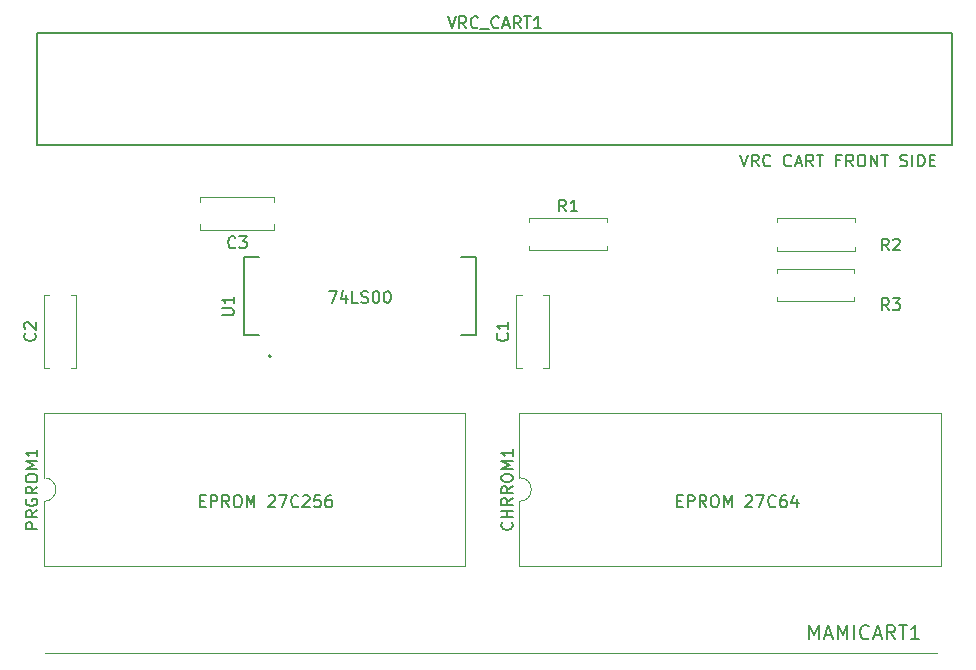
<source format=gto>
G04 #@! TF.GenerationSoftware,KiCad,Pcbnew,7.0.6*
G04 #@! TF.CreationDate,2023-07-19T00:55:54+09:00*
G04 #@! TF.ProjectId,NES_MAmi,4e45535f-4d41-46d6-992e-6b696361645f,rev?*
G04 #@! TF.SameCoordinates,Original*
G04 #@! TF.FileFunction,Legend,Top*
G04 #@! TF.FilePolarity,Positive*
%FSLAX46Y46*%
G04 Gerber Fmt 4.6, Leading zero omitted, Abs format (unit mm)*
G04 Created by KiCad (PCBNEW 7.0.6) date 2023-07-19 00:55:54*
%MOMM*%
%LPD*%
G01*
G04 APERTURE LIST*
%ADD10C,0.150000*%
%ADD11C,0.120000*%
%ADD12C,0.127000*%
%ADD13C,0.200000*%
G04 APERTURE END LIST*
D10*
X123736779Y-113635809D02*
X124070112Y-113635809D01*
X124212969Y-114159619D02*
X123736779Y-114159619D01*
X123736779Y-114159619D02*
X123736779Y-113159619D01*
X123736779Y-113159619D02*
X124212969Y-113159619D01*
X124641541Y-114159619D02*
X124641541Y-113159619D01*
X124641541Y-113159619D02*
X125022493Y-113159619D01*
X125022493Y-113159619D02*
X125117731Y-113207238D01*
X125117731Y-113207238D02*
X125165350Y-113254857D01*
X125165350Y-113254857D02*
X125212969Y-113350095D01*
X125212969Y-113350095D02*
X125212969Y-113492952D01*
X125212969Y-113492952D02*
X125165350Y-113588190D01*
X125165350Y-113588190D02*
X125117731Y-113635809D01*
X125117731Y-113635809D02*
X125022493Y-113683428D01*
X125022493Y-113683428D02*
X124641541Y-113683428D01*
X126212969Y-114159619D02*
X125879636Y-113683428D01*
X125641541Y-114159619D02*
X125641541Y-113159619D01*
X125641541Y-113159619D02*
X126022493Y-113159619D01*
X126022493Y-113159619D02*
X126117731Y-113207238D01*
X126117731Y-113207238D02*
X126165350Y-113254857D01*
X126165350Y-113254857D02*
X126212969Y-113350095D01*
X126212969Y-113350095D02*
X126212969Y-113492952D01*
X126212969Y-113492952D02*
X126165350Y-113588190D01*
X126165350Y-113588190D02*
X126117731Y-113635809D01*
X126117731Y-113635809D02*
X126022493Y-113683428D01*
X126022493Y-113683428D02*
X125641541Y-113683428D01*
X126832017Y-113159619D02*
X127022493Y-113159619D01*
X127022493Y-113159619D02*
X127117731Y-113207238D01*
X127117731Y-113207238D02*
X127212969Y-113302476D01*
X127212969Y-113302476D02*
X127260588Y-113492952D01*
X127260588Y-113492952D02*
X127260588Y-113826285D01*
X127260588Y-113826285D02*
X127212969Y-114016761D01*
X127212969Y-114016761D02*
X127117731Y-114112000D01*
X127117731Y-114112000D02*
X127022493Y-114159619D01*
X127022493Y-114159619D02*
X126832017Y-114159619D01*
X126832017Y-114159619D02*
X126736779Y-114112000D01*
X126736779Y-114112000D02*
X126641541Y-114016761D01*
X126641541Y-114016761D02*
X126593922Y-113826285D01*
X126593922Y-113826285D02*
X126593922Y-113492952D01*
X126593922Y-113492952D02*
X126641541Y-113302476D01*
X126641541Y-113302476D02*
X126736779Y-113207238D01*
X126736779Y-113207238D02*
X126832017Y-113159619D01*
X127689160Y-114159619D02*
X127689160Y-113159619D01*
X127689160Y-113159619D02*
X128022493Y-113873904D01*
X128022493Y-113873904D02*
X128355826Y-113159619D01*
X128355826Y-113159619D02*
X128355826Y-114159619D01*
X129546303Y-113254857D02*
X129593922Y-113207238D01*
X129593922Y-113207238D02*
X129689160Y-113159619D01*
X129689160Y-113159619D02*
X129927255Y-113159619D01*
X129927255Y-113159619D02*
X130022493Y-113207238D01*
X130022493Y-113207238D02*
X130070112Y-113254857D01*
X130070112Y-113254857D02*
X130117731Y-113350095D01*
X130117731Y-113350095D02*
X130117731Y-113445333D01*
X130117731Y-113445333D02*
X130070112Y-113588190D01*
X130070112Y-113588190D02*
X129498684Y-114159619D01*
X129498684Y-114159619D02*
X130117731Y-114159619D01*
X130451065Y-113159619D02*
X131117731Y-113159619D01*
X131117731Y-113159619D02*
X130689160Y-114159619D01*
X132070112Y-114064380D02*
X132022493Y-114112000D01*
X132022493Y-114112000D02*
X131879636Y-114159619D01*
X131879636Y-114159619D02*
X131784398Y-114159619D01*
X131784398Y-114159619D02*
X131641541Y-114112000D01*
X131641541Y-114112000D02*
X131546303Y-114016761D01*
X131546303Y-114016761D02*
X131498684Y-113921523D01*
X131498684Y-113921523D02*
X131451065Y-113731047D01*
X131451065Y-113731047D02*
X131451065Y-113588190D01*
X131451065Y-113588190D02*
X131498684Y-113397714D01*
X131498684Y-113397714D02*
X131546303Y-113302476D01*
X131546303Y-113302476D02*
X131641541Y-113207238D01*
X131641541Y-113207238D02*
X131784398Y-113159619D01*
X131784398Y-113159619D02*
X131879636Y-113159619D01*
X131879636Y-113159619D02*
X132022493Y-113207238D01*
X132022493Y-113207238D02*
X132070112Y-113254857D01*
X132451065Y-113254857D02*
X132498684Y-113207238D01*
X132498684Y-113207238D02*
X132593922Y-113159619D01*
X132593922Y-113159619D02*
X132832017Y-113159619D01*
X132832017Y-113159619D02*
X132927255Y-113207238D01*
X132927255Y-113207238D02*
X132974874Y-113254857D01*
X132974874Y-113254857D02*
X133022493Y-113350095D01*
X133022493Y-113350095D02*
X133022493Y-113445333D01*
X133022493Y-113445333D02*
X132974874Y-113588190D01*
X132974874Y-113588190D02*
X132403446Y-114159619D01*
X132403446Y-114159619D02*
X133022493Y-114159619D01*
X133927255Y-113159619D02*
X133451065Y-113159619D01*
X133451065Y-113159619D02*
X133403446Y-113635809D01*
X133403446Y-113635809D02*
X133451065Y-113588190D01*
X133451065Y-113588190D02*
X133546303Y-113540571D01*
X133546303Y-113540571D02*
X133784398Y-113540571D01*
X133784398Y-113540571D02*
X133879636Y-113588190D01*
X133879636Y-113588190D02*
X133927255Y-113635809D01*
X133927255Y-113635809D02*
X133974874Y-113731047D01*
X133974874Y-113731047D02*
X133974874Y-113969142D01*
X133974874Y-113969142D02*
X133927255Y-114064380D01*
X133927255Y-114064380D02*
X133879636Y-114112000D01*
X133879636Y-114112000D02*
X133784398Y-114159619D01*
X133784398Y-114159619D02*
X133546303Y-114159619D01*
X133546303Y-114159619D02*
X133451065Y-114112000D01*
X133451065Y-114112000D02*
X133403446Y-114064380D01*
X134832017Y-113159619D02*
X134641541Y-113159619D01*
X134641541Y-113159619D02*
X134546303Y-113207238D01*
X134546303Y-113207238D02*
X134498684Y-113254857D01*
X134498684Y-113254857D02*
X134403446Y-113397714D01*
X134403446Y-113397714D02*
X134355827Y-113588190D01*
X134355827Y-113588190D02*
X134355827Y-113969142D01*
X134355827Y-113969142D02*
X134403446Y-114064380D01*
X134403446Y-114064380D02*
X134451065Y-114112000D01*
X134451065Y-114112000D02*
X134546303Y-114159619D01*
X134546303Y-114159619D02*
X134736779Y-114159619D01*
X134736779Y-114159619D02*
X134832017Y-114112000D01*
X134832017Y-114112000D02*
X134879636Y-114064380D01*
X134879636Y-114064380D02*
X134927255Y-113969142D01*
X134927255Y-113969142D02*
X134927255Y-113731047D01*
X134927255Y-113731047D02*
X134879636Y-113635809D01*
X134879636Y-113635809D02*
X134832017Y-113588190D01*
X134832017Y-113588190D02*
X134736779Y-113540571D01*
X134736779Y-113540571D02*
X134546303Y-113540571D01*
X134546303Y-113540571D02*
X134451065Y-113588190D01*
X134451065Y-113588190D02*
X134403446Y-113635809D01*
X134403446Y-113635809D02*
X134355827Y-113731047D01*
X134641541Y-95859619D02*
X135308207Y-95859619D01*
X135308207Y-95859619D02*
X134879636Y-96859619D01*
X136117731Y-96192952D02*
X136117731Y-96859619D01*
X135879636Y-95812000D02*
X135641541Y-96526285D01*
X135641541Y-96526285D02*
X136260588Y-96526285D01*
X137117731Y-96859619D02*
X136641541Y-96859619D01*
X136641541Y-96859619D02*
X136641541Y-95859619D01*
X137403446Y-96812000D02*
X137546303Y-96859619D01*
X137546303Y-96859619D02*
X137784398Y-96859619D01*
X137784398Y-96859619D02*
X137879636Y-96812000D01*
X137879636Y-96812000D02*
X137927255Y-96764380D01*
X137927255Y-96764380D02*
X137974874Y-96669142D01*
X137974874Y-96669142D02*
X137974874Y-96573904D01*
X137974874Y-96573904D02*
X137927255Y-96478666D01*
X137927255Y-96478666D02*
X137879636Y-96431047D01*
X137879636Y-96431047D02*
X137784398Y-96383428D01*
X137784398Y-96383428D02*
X137593922Y-96335809D01*
X137593922Y-96335809D02*
X137498684Y-96288190D01*
X137498684Y-96288190D02*
X137451065Y-96240571D01*
X137451065Y-96240571D02*
X137403446Y-96145333D01*
X137403446Y-96145333D02*
X137403446Y-96050095D01*
X137403446Y-96050095D02*
X137451065Y-95954857D01*
X137451065Y-95954857D02*
X137498684Y-95907238D01*
X137498684Y-95907238D02*
X137593922Y-95859619D01*
X137593922Y-95859619D02*
X137832017Y-95859619D01*
X137832017Y-95859619D02*
X137974874Y-95907238D01*
X138593922Y-95859619D02*
X138689160Y-95859619D01*
X138689160Y-95859619D02*
X138784398Y-95907238D01*
X138784398Y-95907238D02*
X138832017Y-95954857D01*
X138832017Y-95954857D02*
X138879636Y-96050095D01*
X138879636Y-96050095D02*
X138927255Y-96240571D01*
X138927255Y-96240571D02*
X138927255Y-96478666D01*
X138927255Y-96478666D02*
X138879636Y-96669142D01*
X138879636Y-96669142D02*
X138832017Y-96764380D01*
X138832017Y-96764380D02*
X138784398Y-96812000D01*
X138784398Y-96812000D02*
X138689160Y-96859619D01*
X138689160Y-96859619D02*
X138593922Y-96859619D01*
X138593922Y-96859619D02*
X138498684Y-96812000D01*
X138498684Y-96812000D02*
X138451065Y-96764380D01*
X138451065Y-96764380D02*
X138403446Y-96669142D01*
X138403446Y-96669142D02*
X138355827Y-96478666D01*
X138355827Y-96478666D02*
X138355827Y-96240571D01*
X138355827Y-96240571D02*
X138403446Y-96050095D01*
X138403446Y-96050095D02*
X138451065Y-95954857D01*
X138451065Y-95954857D02*
X138498684Y-95907238D01*
X138498684Y-95907238D02*
X138593922Y-95859619D01*
X139546303Y-95859619D02*
X139641541Y-95859619D01*
X139641541Y-95859619D02*
X139736779Y-95907238D01*
X139736779Y-95907238D02*
X139784398Y-95954857D01*
X139784398Y-95954857D02*
X139832017Y-96050095D01*
X139832017Y-96050095D02*
X139879636Y-96240571D01*
X139879636Y-96240571D02*
X139879636Y-96478666D01*
X139879636Y-96478666D02*
X139832017Y-96669142D01*
X139832017Y-96669142D02*
X139784398Y-96764380D01*
X139784398Y-96764380D02*
X139736779Y-96812000D01*
X139736779Y-96812000D02*
X139641541Y-96859619D01*
X139641541Y-96859619D02*
X139546303Y-96859619D01*
X139546303Y-96859619D02*
X139451065Y-96812000D01*
X139451065Y-96812000D02*
X139403446Y-96764380D01*
X139403446Y-96764380D02*
X139355827Y-96669142D01*
X139355827Y-96669142D02*
X139308208Y-96478666D01*
X139308208Y-96478666D02*
X139308208Y-96240571D01*
X139308208Y-96240571D02*
X139355827Y-96050095D01*
X139355827Y-96050095D02*
X139403446Y-95954857D01*
X139403446Y-95954857D02*
X139451065Y-95907238D01*
X139451065Y-95907238D02*
X139546303Y-95859619D01*
X164136779Y-113635809D02*
X164470112Y-113635809D01*
X164612969Y-114159619D02*
X164136779Y-114159619D01*
X164136779Y-114159619D02*
X164136779Y-113159619D01*
X164136779Y-113159619D02*
X164612969Y-113159619D01*
X165041541Y-114159619D02*
X165041541Y-113159619D01*
X165041541Y-113159619D02*
X165422493Y-113159619D01*
X165422493Y-113159619D02*
X165517731Y-113207238D01*
X165517731Y-113207238D02*
X165565350Y-113254857D01*
X165565350Y-113254857D02*
X165612969Y-113350095D01*
X165612969Y-113350095D02*
X165612969Y-113492952D01*
X165612969Y-113492952D02*
X165565350Y-113588190D01*
X165565350Y-113588190D02*
X165517731Y-113635809D01*
X165517731Y-113635809D02*
X165422493Y-113683428D01*
X165422493Y-113683428D02*
X165041541Y-113683428D01*
X166612969Y-114159619D02*
X166279636Y-113683428D01*
X166041541Y-114159619D02*
X166041541Y-113159619D01*
X166041541Y-113159619D02*
X166422493Y-113159619D01*
X166422493Y-113159619D02*
X166517731Y-113207238D01*
X166517731Y-113207238D02*
X166565350Y-113254857D01*
X166565350Y-113254857D02*
X166612969Y-113350095D01*
X166612969Y-113350095D02*
X166612969Y-113492952D01*
X166612969Y-113492952D02*
X166565350Y-113588190D01*
X166565350Y-113588190D02*
X166517731Y-113635809D01*
X166517731Y-113635809D02*
X166422493Y-113683428D01*
X166422493Y-113683428D02*
X166041541Y-113683428D01*
X167232017Y-113159619D02*
X167422493Y-113159619D01*
X167422493Y-113159619D02*
X167517731Y-113207238D01*
X167517731Y-113207238D02*
X167612969Y-113302476D01*
X167612969Y-113302476D02*
X167660588Y-113492952D01*
X167660588Y-113492952D02*
X167660588Y-113826285D01*
X167660588Y-113826285D02*
X167612969Y-114016761D01*
X167612969Y-114016761D02*
X167517731Y-114112000D01*
X167517731Y-114112000D02*
X167422493Y-114159619D01*
X167422493Y-114159619D02*
X167232017Y-114159619D01*
X167232017Y-114159619D02*
X167136779Y-114112000D01*
X167136779Y-114112000D02*
X167041541Y-114016761D01*
X167041541Y-114016761D02*
X166993922Y-113826285D01*
X166993922Y-113826285D02*
X166993922Y-113492952D01*
X166993922Y-113492952D02*
X167041541Y-113302476D01*
X167041541Y-113302476D02*
X167136779Y-113207238D01*
X167136779Y-113207238D02*
X167232017Y-113159619D01*
X168089160Y-114159619D02*
X168089160Y-113159619D01*
X168089160Y-113159619D02*
X168422493Y-113873904D01*
X168422493Y-113873904D02*
X168755826Y-113159619D01*
X168755826Y-113159619D02*
X168755826Y-114159619D01*
X169946303Y-113254857D02*
X169993922Y-113207238D01*
X169993922Y-113207238D02*
X170089160Y-113159619D01*
X170089160Y-113159619D02*
X170327255Y-113159619D01*
X170327255Y-113159619D02*
X170422493Y-113207238D01*
X170422493Y-113207238D02*
X170470112Y-113254857D01*
X170470112Y-113254857D02*
X170517731Y-113350095D01*
X170517731Y-113350095D02*
X170517731Y-113445333D01*
X170517731Y-113445333D02*
X170470112Y-113588190D01*
X170470112Y-113588190D02*
X169898684Y-114159619D01*
X169898684Y-114159619D02*
X170517731Y-114159619D01*
X170851065Y-113159619D02*
X171517731Y-113159619D01*
X171517731Y-113159619D02*
X171089160Y-114159619D01*
X172470112Y-114064380D02*
X172422493Y-114112000D01*
X172422493Y-114112000D02*
X172279636Y-114159619D01*
X172279636Y-114159619D02*
X172184398Y-114159619D01*
X172184398Y-114159619D02*
X172041541Y-114112000D01*
X172041541Y-114112000D02*
X171946303Y-114016761D01*
X171946303Y-114016761D02*
X171898684Y-113921523D01*
X171898684Y-113921523D02*
X171851065Y-113731047D01*
X171851065Y-113731047D02*
X171851065Y-113588190D01*
X171851065Y-113588190D02*
X171898684Y-113397714D01*
X171898684Y-113397714D02*
X171946303Y-113302476D01*
X171946303Y-113302476D02*
X172041541Y-113207238D01*
X172041541Y-113207238D02*
X172184398Y-113159619D01*
X172184398Y-113159619D02*
X172279636Y-113159619D01*
X172279636Y-113159619D02*
X172422493Y-113207238D01*
X172422493Y-113207238D02*
X172470112Y-113254857D01*
X173327255Y-113159619D02*
X173136779Y-113159619D01*
X173136779Y-113159619D02*
X173041541Y-113207238D01*
X173041541Y-113207238D02*
X172993922Y-113254857D01*
X172993922Y-113254857D02*
X172898684Y-113397714D01*
X172898684Y-113397714D02*
X172851065Y-113588190D01*
X172851065Y-113588190D02*
X172851065Y-113969142D01*
X172851065Y-113969142D02*
X172898684Y-114064380D01*
X172898684Y-114064380D02*
X172946303Y-114112000D01*
X172946303Y-114112000D02*
X173041541Y-114159619D01*
X173041541Y-114159619D02*
X173232017Y-114159619D01*
X173232017Y-114159619D02*
X173327255Y-114112000D01*
X173327255Y-114112000D02*
X173374874Y-114064380D01*
X173374874Y-114064380D02*
X173422493Y-113969142D01*
X173422493Y-113969142D02*
X173422493Y-113731047D01*
X173422493Y-113731047D02*
X173374874Y-113635809D01*
X173374874Y-113635809D02*
X173327255Y-113588190D01*
X173327255Y-113588190D02*
X173232017Y-113540571D01*
X173232017Y-113540571D02*
X173041541Y-113540571D01*
X173041541Y-113540571D02*
X172946303Y-113588190D01*
X172946303Y-113588190D02*
X172898684Y-113635809D01*
X172898684Y-113635809D02*
X172851065Y-113731047D01*
X174279636Y-113492952D02*
X174279636Y-114159619D01*
X174041541Y-113112000D02*
X173803446Y-113826285D01*
X173803446Y-113826285D02*
X174422493Y-113826285D01*
X169468922Y-84309619D02*
X169802255Y-85309619D01*
X169802255Y-85309619D02*
X170135588Y-84309619D01*
X171040350Y-85309619D02*
X170707017Y-84833428D01*
X170468922Y-85309619D02*
X170468922Y-84309619D01*
X170468922Y-84309619D02*
X170849874Y-84309619D01*
X170849874Y-84309619D02*
X170945112Y-84357238D01*
X170945112Y-84357238D02*
X170992731Y-84404857D01*
X170992731Y-84404857D02*
X171040350Y-84500095D01*
X171040350Y-84500095D02*
X171040350Y-84642952D01*
X171040350Y-84642952D02*
X170992731Y-84738190D01*
X170992731Y-84738190D02*
X170945112Y-84785809D01*
X170945112Y-84785809D02*
X170849874Y-84833428D01*
X170849874Y-84833428D02*
X170468922Y-84833428D01*
X172040350Y-85214380D02*
X171992731Y-85262000D01*
X171992731Y-85262000D02*
X171849874Y-85309619D01*
X171849874Y-85309619D02*
X171754636Y-85309619D01*
X171754636Y-85309619D02*
X171611779Y-85262000D01*
X171611779Y-85262000D02*
X171516541Y-85166761D01*
X171516541Y-85166761D02*
X171468922Y-85071523D01*
X171468922Y-85071523D02*
X171421303Y-84881047D01*
X171421303Y-84881047D02*
X171421303Y-84738190D01*
X171421303Y-84738190D02*
X171468922Y-84547714D01*
X171468922Y-84547714D02*
X171516541Y-84452476D01*
X171516541Y-84452476D02*
X171611779Y-84357238D01*
X171611779Y-84357238D02*
X171754636Y-84309619D01*
X171754636Y-84309619D02*
X171849874Y-84309619D01*
X171849874Y-84309619D02*
X171992731Y-84357238D01*
X171992731Y-84357238D02*
X172040350Y-84404857D01*
X173802255Y-85214380D02*
X173754636Y-85262000D01*
X173754636Y-85262000D02*
X173611779Y-85309619D01*
X173611779Y-85309619D02*
X173516541Y-85309619D01*
X173516541Y-85309619D02*
X173373684Y-85262000D01*
X173373684Y-85262000D02*
X173278446Y-85166761D01*
X173278446Y-85166761D02*
X173230827Y-85071523D01*
X173230827Y-85071523D02*
X173183208Y-84881047D01*
X173183208Y-84881047D02*
X173183208Y-84738190D01*
X173183208Y-84738190D02*
X173230827Y-84547714D01*
X173230827Y-84547714D02*
X173278446Y-84452476D01*
X173278446Y-84452476D02*
X173373684Y-84357238D01*
X173373684Y-84357238D02*
X173516541Y-84309619D01*
X173516541Y-84309619D02*
X173611779Y-84309619D01*
X173611779Y-84309619D02*
X173754636Y-84357238D01*
X173754636Y-84357238D02*
X173802255Y-84404857D01*
X174183208Y-85023904D02*
X174659398Y-85023904D01*
X174087970Y-85309619D02*
X174421303Y-84309619D01*
X174421303Y-84309619D02*
X174754636Y-85309619D01*
X175659398Y-85309619D02*
X175326065Y-84833428D01*
X175087970Y-85309619D02*
X175087970Y-84309619D01*
X175087970Y-84309619D02*
X175468922Y-84309619D01*
X175468922Y-84309619D02*
X175564160Y-84357238D01*
X175564160Y-84357238D02*
X175611779Y-84404857D01*
X175611779Y-84404857D02*
X175659398Y-84500095D01*
X175659398Y-84500095D02*
X175659398Y-84642952D01*
X175659398Y-84642952D02*
X175611779Y-84738190D01*
X175611779Y-84738190D02*
X175564160Y-84785809D01*
X175564160Y-84785809D02*
X175468922Y-84833428D01*
X175468922Y-84833428D02*
X175087970Y-84833428D01*
X175945113Y-84309619D02*
X176516541Y-84309619D01*
X176230827Y-85309619D02*
X176230827Y-84309619D01*
X177945113Y-84785809D02*
X177611780Y-84785809D01*
X177611780Y-85309619D02*
X177611780Y-84309619D01*
X177611780Y-84309619D02*
X178087970Y-84309619D01*
X179040351Y-85309619D02*
X178707018Y-84833428D01*
X178468923Y-85309619D02*
X178468923Y-84309619D01*
X178468923Y-84309619D02*
X178849875Y-84309619D01*
X178849875Y-84309619D02*
X178945113Y-84357238D01*
X178945113Y-84357238D02*
X178992732Y-84404857D01*
X178992732Y-84404857D02*
X179040351Y-84500095D01*
X179040351Y-84500095D02*
X179040351Y-84642952D01*
X179040351Y-84642952D02*
X178992732Y-84738190D01*
X178992732Y-84738190D02*
X178945113Y-84785809D01*
X178945113Y-84785809D02*
X178849875Y-84833428D01*
X178849875Y-84833428D02*
X178468923Y-84833428D01*
X179659399Y-84309619D02*
X179849875Y-84309619D01*
X179849875Y-84309619D02*
X179945113Y-84357238D01*
X179945113Y-84357238D02*
X180040351Y-84452476D01*
X180040351Y-84452476D02*
X180087970Y-84642952D01*
X180087970Y-84642952D02*
X180087970Y-84976285D01*
X180087970Y-84976285D02*
X180040351Y-85166761D01*
X180040351Y-85166761D02*
X179945113Y-85262000D01*
X179945113Y-85262000D02*
X179849875Y-85309619D01*
X179849875Y-85309619D02*
X179659399Y-85309619D01*
X179659399Y-85309619D02*
X179564161Y-85262000D01*
X179564161Y-85262000D02*
X179468923Y-85166761D01*
X179468923Y-85166761D02*
X179421304Y-84976285D01*
X179421304Y-84976285D02*
X179421304Y-84642952D01*
X179421304Y-84642952D02*
X179468923Y-84452476D01*
X179468923Y-84452476D02*
X179564161Y-84357238D01*
X179564161Y-84357238D02*
X179659399Y-84309619D01*
X180516542Y-85309619D02*
X180516542Y-84309619D01*
X180516542Y-84309619D02*
X181087970Y-85309619D01*
X181087970Y-85309619D02*
X181087970Y-84309619D01*
X181421304Y-84309619D02*
X181992732Y-84309619D01*
X181707018Y-85309619D02*
X181707018Y-84309619D01*
X183040352Y-85262000D02*
X183183209Y-85309619D01*
X183183209Y-85309619D02*
X183421304Y-85309619D01*
X183421304Y-85309619D02*
X183516542Y-85262000D01*
X183516542Y-85262000D02*
X183564161Y-85214380D01*
X183564161Y-85214380D02*
X183611780Y-85119142D01*
X183611780Y-85119142D02*
X183611780Y-85023904D01*
X183611780Y-85023904D02*
X183564161Y-84928666D01*
X183564161Y-84928666D02*
X183516542Y-84881047D01*
X183516542Y-84881047D02*
X183421304Y-84833428D01*
X183421304Y-84833428D02*
X183230828Y-84785809D01*
X183230828Y-84785809D02*
X183135590Y-84738190D01*
X183135590Y-84738190D02*
X183087971Y-84690571D01*
X183087971Y-84690571D02*
X183040352Y-84595333D01*
X183040352Y-84595333D02*
X183040352Y-84500095D01*
X183040352Y-84500095D02*
X183087971Y-84404857D01*
X183087971Y-84404857D02*
X183135590Y-84357238D01*
X183135590Y-84357238D02*
X183230828Y-84309619D01*
X183230828Y-84309619D02*
X183468923Y-84309619D01*
X183468923Y-84309619D02*
X183611780Y-84357238D01*
X184040352Y-85309619D02*
X184040352Y-84309619D01*
X184516542Y-85309619D02*
X184516542Y-84309619D01*
X184516542Y-84309619D02*
X184754637Y-84309619D01*
X184754637Y-84309619D02*
X184897494Y-84357238D01*
X184897494Y-84357238D02*
X184992732Y-84452476D01*
X184992732Y-84452476D02*
X185040351Y-84547714D01*
X185040351Y-84547714D02*
X185087970Y-84738190D01*
X185087970Y-84738190D02*
X185087970Y-84881047D01*
X185087970Y-84881047D02*
X185040351Y-85071523D01*
X185040351Y-85071523D02*
X184992732Y-85166761D01*
X184992732Y-85166761D02*
X184897494Y-85262000D01*
X184897494Y-85262000D02*
X184754637Y-85309619D01*
X184754637Y-85309619D02*
X184516542Y-85309619D01*
X185516542Y-84785809D02*
X185849875Y-84785809D01*
X185992732Y-85309619D02*
X185516542Y-85309619D01*
X185516542Y-85309619D02*
X185516542Y-84309619D01*
X185516542Y-84309619D02*
X185992732Y-84309619D01*
X144710000Y-72616619D02*
X145043333Y-73616619D01*
X145043333Y-73616619D02*
X145376666Y-72616619D01*
X146281428Y-73616619D02*
X145948095Y-73140428D01*
X145710000Y-73616619D02*
X145710000Y-72616619D01*
X145710000Y-72616619D02*
X146090952Y-72616619D01*
X146090952Y-72616619D02*
X146186190Y-72664238D01*
X146186190Y-72664238D02*
X146233809Y-72711857D01*
X146233809Y-72711857D02*
X146281428Y-72807095D01*
X146281428Y-72807095D02*
X146281428Y-72949952D01*
X146281428Y-72949952D02*
X146233809Y-73045190D01*
X146233809Y-73045190D02*
X146186190Y-73092809D01*
X146186190Y-73092809D02*
X146090952Y-73140428D01*
X146090952Y-73140428D02*
X145710000Y-73140428D01*
X147281428Y-73521380D02*
X147233809Y-73569000D01*
X147233809Y-73569000D02*
X147090952Y-73616619D01*
X147090952Y-73616619D02*
X146995714Y-73616619D01*
X146995714Y-73616619D02*
X146852857Y-73569000D01*
X146852857Y-73569000D02*
X146757619Y-73473761D01*
X146757619Y-73473761D02*
X146710000Y-73378523D01*
X146710000Y-73378523D02*
X146662381Y-73188047D01*
X146662381Y-73188047D02*
X146662381Y-73045190D01*
X146662381Y-73045190D02*
X146710000Y-72854714D01*
X146710000Y-72854714D02*
X146757619Y-72759476D01*
X146757619Y-72759476D02*
X146852857Y-72664238D01*
X146852857Y-72664238D02*
X146995714Y-72616619D01*
X146995714Y-72616619D02*
X147090952Y-72616619D01*
X147090952Y-72616619D02*
X147233809Y-72664238D01*
X147233809Y-72664238D02*
X147281428Y-72711857D01*
X147471905Y-73711857D02*
X148233809Y-73711857D01*
X149043333Y-73521380D02*
X148995714Y-73569000D01*
X148995714Y-73569000D02*
X148852857Y-73616619D01*
X148852857Y-73616619D02*
X148757619Y-73616619D01*
X148757619Y-73616619D02*
X148614762Y-73569000D01*
X148614762Y-73569000D02*
X148519524Y-73473761D01*
X148519524Y-73473761D02*
X148471905Y-73378523D01*
X148471905Y-73378523D02*
X148424286Y-73188047D01*
X148424286Y-73188047D02*
X148424286Y-73045190D01*
X148424286Y-73045190D02*
X148471905Y-72854714D01*
X148471905Y-72854714D02*
X148519524Y-72759476D01*
X148519524Y-72759476D02*
X148614762Y-72664238D01*
X148614762Y-72664238D02*
X148757619Y-72616619D01*
X148757619Y-72616619D02*
X148852857Y-72616619D01*
X148852857Y-72616619D02*
X148995714Y-72664238D01*
X148995714Y-72664238D02*
X149043333Y-72711857D01*
X149424286Y-73330904D02*
X149900476Y-73330904D01*
X149329048Y-73616619D02*
X149662381Y-72616619D01*
X149662381Y-72616619D02*
X149995714Y-73616619D01*
X150900476Y-73616619D02*
X150567143Y-73140428D01*
X150329048Y-73616619D02*
X150329048Y-72616619D01*
X150329048Y-72616619D02*
X150710000Y-72616619D01*
X150710000Y-72616619D02*
X150805238Y-72664238D01*
X150805238Y-72664238D02*
X150852857Y-72711857D01*
X150852857Y-72711857D02*
X150900476Y-72807095D01*
X150900476Y-72807095D02*
X150900476Y-72949952D01*
X150900476Y-72949952D02*
X150852857Y-73045190D01*
X150852857Y-73045190D02*
X150805238Y-73092809D01*
X150805238Y-73092809D02*
X150710000Y-73140428D01*
X150710000Y-73140428D02*
X150329048Y-73140428D01*
X151186191Y-72616619D02*
X151757619Y-72616619D01*
X151471905Y-73616619D02*
X151471905Y-72616619D01*
X152614762Y-73616619D02*
X152043334Y-73616619D01*
X152329048Y-73616619D02*
X152329048Y-72616619D01*
X152329048Y-72616619D02*
X152233810Y-72759476D01*
X152233810Y-72759476D02*
X152138572Y-72854714D01*
X152138572Y-72854714D02*
X152043334Y-72902333D01*
X150149580Y-115455514D02*
X150197200Y-115503133D01*
X150197200Y-115503133D02*
X150244819Y-115645990D01*
X150244819Y-115645990D02*
X150244819Y-115741228D01*
X150244819Y-115741228D02*
X150197200Y-115884085D01*
X150197200Y-115884085D02*
X150101961Y-115979323D01*
X150101961Y-115979323D02*
X150006723Y-116026942D01*
X150006723Y-116026942D02*
X149816247Y-116074561D01*
X149816247Y-116074561D02*
X149673390Y-116074561D01*
X149673390Y-116074561D02*
X149482914Y-116026942D01*
X149482914Y-116026942D02*
X149387676Y-115979323D01*
X149387676Y-115979323D02*
X149292438Y-115884085D01*
X149292438Y-115884085D02*
X149244819Y-115741228D01*
X149244819Y-115741228D02*
X149244819Y-115645990D01*
X149244819Y-115645990D02*
X149292438Y-115503133D01*
X149292438Y-115503133D02*
X149340057Y-115455514D01*
X150244819Y-115026942D02*
X149244819Y-115026942D01*
X149721009Y-115026942D02*
X149721009Y-114455514D01*
X150244819Y-114455514D02*
X149244819Y-114455514D01*
X150244819Y-113407895D02*
X149768628Y-113741228D01*
X150244819Y-113979323D02*
X149244819Y-113979323D01*
X149244819Y-113979323D02*
X149244819Y-113598371D01*
X149244819Y-113598371D02*
X149292438Y-113503133D01*
X149292438Y-113503133D02*
X149340057Y-113455514D01*
X149340057Y-113455514D02*
X149435295Y-113407895D01*
X149435295Y-113407895D02*
X149578152Y-113407895D01*
X149578152Y-113407895D02*
X149673390Y-113455514D01*
X149673390Y-113455514D02*
X149721009Y-113503133D01*
X149721009Y-113503133D02*
X149768628Y-113598371D01*
X149768628Y-113598371D02*
X149768628Y-113979323D01*
X150244819Y-112407895D02*
X149768628Y-112741228D01*
X150244819Y-112979323D02*
X149244819Y-112979323D01*
X149244819Y-112979323D02*
X149244819Y-112598371D01*
X149244819Y-112598371D02*
X149292438Y-112503133D01*
X149292438Y-112503133D02*
X149340057Y-112455514D01*
X149340057Y-112455514D02*
X149435295Y-112407895D01*
X149435295Y-112407895D02*
X149578152Y-112407895D01*
X149578152Y-112407895D02*
X149673390Y-112455514D01*
X149673390Y-112455514D02*
X149721009Y-112503133D01*
X149721009Y-112503133D02*
X149768628Y-112598371D01*
X149768628Y-112598371D02*
X149768628Y-112979323D01*
X149244819Y-111788847D02*
X149244819Y-111598371D01*
X149244819Y-111598371D02*
X149292438Y-111503133D01*
X149292438Y-111503133D02*
X149387676Y-111407895D01*
X149387676Y-111407895D02*
X149578152Y-111360276D01*
X149578152Y-111360276D02*
X149911485Y-111360276D01*
X149911485Y-111360276D02*
X150101961Y-111407895D01*
X150101961Y-111407895D02*
X150197200Y-111503133D01*
X150197200Y-111503133D02*
X150244819Y-111598371D01*
X150244819Y-111598371D02*
X150244819Y-111788847D01*
X150244819Y-111788847D02*
X150197200Y-111884085D01*
X150197200Y-111884085D02*
X150101961Y-111979323D01*
X150101961Y-111979323D02*
X149911485Y-112026942D01*
X149911485Y-112026942D02*
X149578152Y-112026942D01*
X149578152Y-112026942D02*
X149387676Y-111979323D01*
X149387676Y-111979323D02*
X149292438Y-111884085D01*
X149292438Y-111884085D02*
X149244819Y-111788847D01*
X150244819Y-110931704D02*
X149244819Y-110931704D01*
X149244819Y-110931704D02*
X149959104Y-110598371D01*
X149959104Y-110598371D02*
X149244819Y-110265038D01*
X149244819Y-110265038D02*
X150244819Y-110265038D01*
X150244819Y-109265038D02*
X150244819Y-109836466D01*
X150244819Y-109550752D02*
X149244819Y-109550752D01*
X149244819Y-109550752D02*
X149387676Y-109645990D01*
X149387676Y-109645990D02*
X149482914Y-109741228D01*
X149482914Y-109741228D02*
X149530533Y-109836466D01*
X182058333Y-97494619D02*
X181725000Y-97018428D01*
X181486905Y-97494619D02*
X181486905Y-96494619D01*
X181486905Y-96494619D02*
X181867857Y-96494619D01*
X181867857Y-96494619D02*
X181963095Y-96542238D01*
X181963095Y-96542238D02*
X182010714Y-96589857D01*
X182010714Y-96589857D02*
X182058333Y-96685095D01*
X182058333Y-96685095D02*
X182058333Y-96827952D01*
X182058333Y-96827952D02*
X182010714Y-96923190D01*
X182010714Y-96923190D02*
X181963095Y-96970809D01*
X181963095Y-96970809D02*
X181867857Y-97018428D01*
X181867857Y-97018428D02*
X181486905Y-97018428D01*
X182391667Y-96494619D02*
X183010714Y-96494619D01*
X183010714Y-96494619D02*
X182677381Y-96875571D01*
X182677381Y-96875571D02*
X182820238Y-96875571D01*
X182820238Y-96875571D02*
X182915476Y-96923190D01*
X182915476Y-96923190D02*
X182963095Y-96970809D01*
X182963095Y-96970809D02*
X183010714Y-97066047D01*
X183010714Y-97066047D02*
X183010714Y-97304142D01*
X183010714Y-97304142D02*
X182963095Y-97399380D01*
X182963095Y-97399380D02*
X182915476Y-97447000D01*
X182915476Y-97447000D02*
X182820238Y-97494619D01*
X182820238Y-97494619D02*
X182534524Y-97494619D01*
X182534524Y-97494619D02*
X182439286Y-97447000D01*
X182439286Y-97447000D02*
X182391667Y-97399380D01*
X125599819Y-97906704D02*
X126409342Y-97906704D01*
X126409342Y-97906704D02*
X126504580Y-97859085D01*
X126504580Y-97859085D02*
X126552200Y-97811466D01*
X126552200Y-97811466D02*
X126599819Y-97716228D01*
X126599819Y-97716228D02*
X126599819Y-97525752D01*
X126599819Y-97525752D02*
X126552200Y-97430514D01*
X126552200Y-97430514D02*
X126504580Y-97382895D01*
X126504580Y-97382895D02*
X126409342Y-97335276D01*
X126409342Y-97335276D02*
X125599819Y-97335276D01*
X126599819Y-96335276D02*
X126599819Y-96906704D01*
X126599819Y-96620990D02*
X125599819Y-96620990D01*
X125599819Y-96620990D02*
X125742676Y-96716228D01*
X125742676Y-96716228D02*
X125837914Y-96811466D01*
X125837914Y-96811466D02*
X125885533Y-96906704D01*
X149759580Y-99456466D02*
X149807200Y-99504085D01*
X149807200Y-99504085D02*
X149854819Y-99646942D01*
X149854819Y-99646942D02*
X149854819Y-99742180D01*
X149854819Y-99742180D02*
X149807200Y-99885037D01*
X149807200Y-99885037D02*
X149711961Y-99980275D01*
X149711961Y-99980275D02*
X149616723Y-100027894D01*
X149616723Y-100027894D02*
X149426247Y-100075513D01*
X149426247Y-100075513D02*
X149283390Y-100075513D01*
X149283390Y-100075513D02*
X149092914Y-100027894D01*
X149092914Y-100027894D02*
X148997676Y-99980275D01*
X148997676Y-99980275D02*
X148902438Y-99885037D01*
X148902438Y-99885037D02*
X148854819Y-99742180D01*
X148854819Y-99742180D02*
X148854819Y-99646942D01*
X148854819Y-99646942D02*
X148902438Y-99504085D01*
X148902438Y-99504085D02*
X148950057Y-99456466D01*
X149854819Y-98504085D02*
X149854819Y-99075513D01*
X149854819Y-98789799D02*
X148854819Y-98789799D01*
X148854819Y-98789799D02*
X148997676Y-98885037D01*
X148997676Y-98885037D02*
X149092914Y-98980275D01*
X149092914Y-98980275D02*
X149140533Y-99075513D01*
X182058333Y-92419619D02*
X181725000Y-91943428D01*
X181486905Y-92419619D02*
X181486905Y-91419619D01*
X181486905Y-91419619D02*
X181867857Y-91419619D01*
X181867857Y-91419619D02*
X181963095Y-91467238D01*
X181963095Y-91467238D02*
X182010714Y-91514857D01*
X182010714Y-91514857D02*
X182058333Y-91610095D01*
X182058333Y-91610095D02*
X182058333Y-91752952D01*
X182058333Y-91752952D02*
X182010714Y-91848190D01*
X182010714Y-91848190D02*
X181963095Y-91895809D01*
X181963095Y-91895809D02*
X181867857Y-91943428D01*
X181867857Y-91943428D02*
X181486905Y-91943428D01*
X182439286Y-91514857D02*
X182486905Y-91467238D01*
X182486905Y-91467238D02*
X182582143Y-91419619D01*
X182582143Y-91419619D02*
X182820238Y-91419619D01*
X182820238Y-91419619D02*
X182915476Y-91467238D01*
X182915476Y-91467238D02*
X182963095Y-91514857D01*
X182963095Y-91514857D02*
X183010714Y-91610095D01*
X183010714Y-91610095D02*
X183010714Y-91705333D01*
X183010714Y-91705333D02*
X182963095Y-91848190D01*
X182963095Y-91848190D02*
X182391667Y-92419619D01*
X182391667Y-92419619D02*
X183010714Y-92419619D01*
X109759580Y-99456466D02*
X109807200Y-99504085D01*
X109807200Y-99504085D02*
X109854819Y-99646942D01*
X109854819Y-99646942D02*
X109854819Y-99742180D01*
X109854819Y-99742180D02*
X109807200Y-99885037D01*
X109807200Y-99885037D02*
X109711961Y-99980275D01*
X109711961Y-99980275D02*
X109616723Y-100027894D01*
X109616723Y-100027894D02*
X109426247Y-100075513D01*
X109426247Y-100075513D02*
X109283390Y-100075513D01*
X109283390Y-100075513D02*
X109092914Y-100027894D01*
X109092914Y-100027894D02*
X108997676Y-99980275D01*
X108997676Y-99980275D02*
X108902438Y-99885037D01*
X108902438Y-99885037D02*
X108854819Y-99742180D01*
X108854819Y-99742180D02*
X108854819Y-99646942D01*
X108854819Y-99646942D02*
X108902438Y-99504085D01*
X108902438Y-99504085D02*
X108950057Y-99456466D01*
X108950057Y-99075513D02*
X108902438Y-99027894D01*
X108902438Y-99027894D02*
X108854819Y-98932656D01*
X108854819Y-98932656D02*
X108854819Y-98694561D01*
X108854819Y-98694561D02*
X108902438Y-98599323D01*
X108902438Y-98599323D02*
X108950057Y-98551704D01*
X108950057Y-98551704D02*
X109045295Y-98504085D01*
X109045295Y-98504085D02*
X109140533Y-98504085D01*
X109140533Y-98504085D02*
X109283390Y-98551704D01*
X109283390Y-98551704D02*
X109854819Y-99123132D01*
X109854819Y-99123132D02*
X109854819Y-98504085D01*
X109984819Y-116003132D02*
X108984819Y-116003132D01*
X108984819Y-116003132D02*
X108984819Y-115622180D01*
X108984819Y-115622180D02*
X109032438Y-115526942D01*
X109032438Y-115526942D02*
X109080057Y-115479323D01*
X109080057Y-115479323D02*
X109175295Y-115431704D01*
X109175295Y-115431704D02*
X109318152Y-115431704D01*
X109318152Y-115431704D02*
X109413390Y-115479323D01*
X109413390Y-115479323D02*
X109461009Y-115526942D01*
X109461009Y-115526942D02*
X109508628Y-115622180D01*
X109508628Y-115622180D02*
X109508628Y-116003132D01*
X109984819Y-114431704D02*
X109508628Y-114765037D01*
X109984819Y-115003132D02*
X108984819Y-115003132D01*
X108984819Y-115003132D02*
X108984819Y-114622180D01*
X108984819Y-114622180D02*
X109032438Y-114526942D01*
X109032438Y-114526942D02*
X109080057Y-114479323D01*
X109080057Y-114479323D02*
X109175295Y-114431704D01*
X109175295Y-114431704D02*
X109318152Y-114431704D01*
X109318152Y-114431704D02*
X109413390Y-114479323D01*
X109413390Y-114479323D02*
X109461009Y-114526942D01*
X109461009Y-114526942D02*
X109508628Y-114622180D01*
X109508628Y-114622180D02*
X109508628Y-115003132D01*
X109032438Y-113479323D02*
X108984819Y-113574561D01*
X108984819Y-113574561D02*
X108984819Y-113717418D01*
X108984819Y-113717418D02*
X109032438Y-113860275D01*
X109032438Y-113860275D02*
X109127676Y-113955513D01*
X109127676Y-113955513D02*
X109222914Y-114003132D01*
X109222914Y-114003132D02*
X109413390Y-114050751D01*
X109413390Y-114050751D02*
X109556247Y-114050751D01*
X109556247Y-114050751D02*
X109746723Y-114003132D01*
X109746723Y-114003132D02*
X109841961Y-113955513D01*
X109841961Y-113955513D02*
X109937200Y-113860275D01*
X109937200Y-113860275D02*
X109984819Y-113717418D01*
X109984819Y-113717418D02*
X109984819Y-113622180D01*
X109984819Y-113622180D02*
X109937200Y-113479323D01*
X109937200Y-113479323D02*
X109889580Y-113431704D01*
X109889580Y-113431704D02*
X109556247Y-113431704D01*
X109556247Y-113431704D02*
X109556247Y-113622180D01*
X109984819Y-112431704D02*
X109508628Y-112765037D01*
X109984819Y-113003132D02*
X108984819Y-113003132D01*
X108984819Y-113003132D02*
X108984819Y-112622180D01*
X108984819Y-112622180D02*
X109032438Y-112526942D01*
X109032438Y-112526942D02*
X109080057Y-112479323D01*
X109080057Y-112479323D02*
X109175295Y-112431704D01*
X109175295Y-112431704D02*
X109318152Y-112431704D01*
X109318152Y-112431704D02*
X109413390Y-112479323D01*
X109413390Y-112479323D02*
X109461009Y-112526942D01*
X109461009Y-112526942D02*
X109508628Y-112622180D01*
X109508628Y-112622180D02*
X109508628Y-113003132D01*
X108984819Y-111812656D02*
X108984819Y-111622180D01*
X108984819Y-111622180D02*
X109032438Y-111526942D01*
X109032438Y-111526942D02*
X109127676Y-111431704D01*
X109127676Y-111431704D02*
X109318152Y-111384085D01*
X109318152Y-111384085D02*
X109651485Y-111384085D01*
X109651485Y-111384085D02*
X109841961Y-111431704D01*
X109841961Y-111431704D02*
X109937200Y-111526942D01*
X109937200Y-111526942D02*
X109984819Y-111622180D01*
X109984819Y-111622180D02*
X109984819Y-111812656D01*
X109984819Y-111812656D02*
X109937200Y-111907894D01*
X109937200Y-111907894D02*
X109841961Y-112003132D01*
X109841961Y-112003132D02*
X109651485Y-112050751D01*
X109651485Y-112050751D02*
X109318152Y-112050751D01*
X109318152Y-112050751D02*
X109127676Y-112003132D01*
X109127676Y-112003132D02*
X109032438Y-111907894D01*
X109032438Y-111907894D02*
X108984819Y-111812656D01*
X109984819Y-110955513D02*
X108984819Y-110955513D01*
X108984819Y-110955513D02*
X109699104Y-110622180D01*
X109699104Y-110622180D02*
X108984819Y-110288847D01*
X108984819Y-110288847D02*
X109984819Y-110288847D01*
X109984819Y-109288847D02*
X109984819Y-109860275D01*
X109984819Y-109574561D02*
X108984819Y-109574561D01*
X108984819Y-109574561D02*
X109127676Y-109669799D01*
X109127676Y-109669799D02*
X109222914Y-109765037D01*
X109222914Y-109765037D02*
X109270533Y-109860275D01*
X175344328Y-125343442D02*
X175344328Y-124143442D01*
X175344328Y-124143442D02*
X175744328Y-125000585D01*
X175744328Y-125000585D02*
X176144328Y-124143442D01*
X176144328Y-124143442D02*
X176144328Y-125343442D01*
X176658614Y-125000585D02*
X177230043Y-125000585D01*
X176544328Y-125343442D02*
X176944328Y-124143442D01*
X176944328Y-124143442D02*
X177344328Y-125343442D01*
X177744328Y-125343442D02*
X177744328Y-124143442D01*
X177744328Y-124143442D02*
X178144328Y-125000585D01*
X178144328Y-125000585D02*
X178544328Y-124143442D01*
X178544328Y-124143442D02*
X178544328Y-125343442D01*
X179115757Y-125343442D02*
X179115757Y-124143442D01*
X180372900Y-125229157D02*
X180315757Y-125286300D01*
X180315757Y-125286300D02*
X180144329Y-125343442D01*
X180144329Y-125343442D02*
X180030043Y-125343442D01*
X180030043Y-125343442D02*
X179858614Y-125286300D01*
X179858614Y-125286300D02*
X179744329Y-125172014D01*
X179744329Y-125172014D02*
X179687186Y-125057728D01*
X179687186Y-125057728D02*
X179630043Y-124829157D01*
X179630043Y-124829157D02*
X179630043Y-124657728D01*
X179630043Y-124657728D02*
X179687186Y-124429157D01*
X179687186Y-124429157D02*
X179744329Y-124314871D01*
X179744329Y-124314871D02*
X179858614Y-124200585D01*
X179858614Y-124200585D02*
X180030043Y-124143442D01*
X180030043Y-124143442D02*
X180144329Y-124143442D01*
X180144329Y-124143442D02*
X180315757Y-124200585D01*
X180315757Y-124200585D02*
X180372900Y-124257728D01*
X180830043Y-125000585D02*
X181401472Y-125000585D01*
X180715757Y-125343442D02*
X181115757Y-124143442D01*
X181115757Y-124143442D02*
X181515757Y-125343442D01*
X182601471Y-125343442D02*
X182201471Y-124772014D01*
X181915757Y-125343442D02*
X181915757Y-124143442D01*
X181915757Y-124143442D02*
X182372900Y-124143442D01*
X182372900Y-124143442D02*
X182487185Y-124200585D01*
X182487185Y-124200585D02*
X182544328Y-124257728D01*
X182544328Y-124257728D02*
X182601471Y-124372014D01*
X182601471Y-124372014D02*
X182601471Y-124543442D01*
X182601471Y-124543442D02*
X182544328Y-124657728D01*
X182544328Y-124657728D02*
X182487185Y-124714871D01*
X182487185Y-124714871D02*
X182372900Y-124772014D01*
X182372900Y-124772014D02*
X181915757Y-124772014D01*
X182944328Y-124143442D02*
X183630043Y-124143442D01*
X183287185Y-125343442D02*
X183287185Y-124143442D01*
X184658614Y-125343442D02*
X183972900Y-125343442D01*
X184315757Y-125343442D02*
X184315757Y-124143442D01*
X184315757Y-124143442D02*
X184201471Y-124314871D01*
X184201471Y-124314871D02*
X184087186Y-124429157D01*
X184087186Y-124429157D02*
X183972900Y-124486300D01*
X154733333Y-89124619D02*
X154400000Y-88648428D01*
X154161905Y-89124619D02*
X154161905Y-88124619D01*
X154161905Y-88124619D02*
X154542857Y-88124619D01*
X154542857Y-88124619D02*
X154638095Y-88172238D01*
X154638095Y-88172238D02*
X154685714Y-88219857D01*
X154685714Y-88219857D02*
X154733333Y-88315095D01*
X154733333Y-88315095D02*
X154733333Y-88457952D01*
X154733333Y-88457952D02*
X154685714Y-88553190D01*
X154685714Y-88553190D02*
X154638095Y-88600809D01*
X154638095Y-88600809D02*
X154542857Y-88648428D01*
X154542857Y-88648428D02*
X154161905Y-88648428D01*
X155685714Y-89124619D02*
X155114286Y-89124619D01*
X155400000Y-89124619D02*
X155400000Y-88124619D01*
X155400000Y-88124619D02*
X155304762Y-88267476D01*
X155304762Y-88267476D02*
X155209524Y-88362714D01*
X155209524Y-88362714D02*
X155114286Y-88410333D01*
X126733333Y-92149380D02*
X126685714Y-92197000D01*
X126685714Y-92197000D02*
X126542857Y-92244619D01*
X126542857Y-92244619D02*
X126447619Y-92244619D01*
X126447619Y-92244619D02*
X126304762Y-92197000D01*
X126304762Y-92197000D02*
X126209524Y-92101761D01*
X126209524Y-92101761D02*
X126161905Y-92006523D01*
X126161905Y-92006523D02*
X126114286Y-91816047D01*
X126114286Y-91816047D02*
X126114286Y-91673190D01*
X126114286Y-91673190D02*
X126161905Y-91482714D01*
X126161905Y-91482714D02*
X126209524Y-91387476D01*
X126209524Y-91387476D02*
X126304762Y-91292238D01*
X126304762Y-91292238D02*
X126447619Y-91244619D01*
X126447619Y-91244619D02*
X126542857Y-91244619D01*
X126542857Y-91244619D02*
X126685714Y-91292238D01*
X126685714Y-91292238D02*
X126733333Y-91339857D01*
X127066667Y-91244619D02*
X127685714Y-91244619D01*
X127685714Y-91244619D02*
X127352381Y-91625571D01*
X127352381Y-91625571D02*
X127495238Y-91625571D01*
X127495238Y-91625571D02*
X127590476Y-91673190D01*
X127590476Y-91673190D02*
X127638095Y-91720809D01*
X127638095Y-91720809D02*
X127685714Y-91816047D01*
X127685714Y-91816047D02*
X127685714Y-92054142D01*
X127685714Y-92054142D02*
X127638095Y-92149380D01*
X127638095Y-92149380D02*
X127590476Y-92197000D01*
X127590476Y-92197000D02*
X127495238Y-92244619D01*
X127495238Y-92244619D02*
X127209524Y-92244619D01*
X127209524Y-92244619D02*
X127114286Y-92197000D01*
X127114286Y-92197000D02*
X127066667Y-92149380D01*
G04 #@! TO.C,VRC_CART1*
X109975000Y-74000000D02*
X109975000Y-83499600D01*
X109975000Y-83499600D02*
X187445000Y-83499600D01*
X187445000Y-74000000D02*
X109975000Y-74000000D01*
X187445000Y-83499600D02*
X187445000Y-74000000D01*
D11*
G04 #@! TO.C,CHRROM1*
X150790000Y-119129800D02*
X186470000Y-119129800D01*
X186470000Y-119129800D02*
X186470000Y-106209800D01*
X150790000Y-113669800D02*
X150790000Y-119129800D01*
X150790000Y-106209800D02*
X150790000Y-111669800D01*
X186470000Y-106209800D02*
X150790000Y-106209800D01*
X150790000Y-113669800D02*
G75*
G03*
X150790000Y-111669800I0J1000000D01*
G01*
G04 #@! TO.C,R3*
X172570000Y-93969800D02*
X172570000Y-94299800D01*
X172570000Y-96709800D02*
X172570000Y-96379800D01*
X179110000Y-93969800D02*
X172570000Y-93969800D01*
X179110000Y-94299800D02*
X179110000Y-93969800D01*
X179110000Y-96379800D02*
X179110000Y-96709800D01*
X179110000Y-96709800D02*
X172570000Y-96709800D01*
D12*
G04 #@! TO.C,U1*
X127435000Y-99619800D02*
X127435000Y-93019800D01*
X128755000Y-99619800D02*
X127435000Y-99619800D01*
X147125000Y-99619800D02*
X145805000Y-99619800D01*
X127435000Y-93019800D02*
X128755000Y-93019800D01*
X145805000Y-93019800D02*
X147125000Y-93019800D01*
X147125000Y-93019800D02*
X147125000Y-99619800D01*
D13*
X129760000Y-101374800D02*
G75*
G03*
X129760000Y-101374800I-100000J0D01*
G01*
D11*
G04 #@! TO.C,C1*
X150530000Y-102409800D02*
X150975000Y-102409800D01*
X150530000Y-102409800D02*
X150530000Y-96169800D01*
X152825000Y-102409800D02*
X153270000Y-102409800D01*
X153270000Y-102409800D02*
X153270000Y-96169800D01*
X150530000Y-96169800D02*
X150975000Y-96169800D01*
X152825000Y-96169800D02*
X153270000Y-96169800D01*
G04 #@! TO.C,R2*
X172630000Y-89719800D02*
X172630000Y-90049800D01*
X172630000Y-92459800D02*
X172630000Y-92129800D01*
X179170000Y-89719800D02*
X172630000Y-89719800D01*
X179170000Y-90049800D02*
X179170000Y-89719800D01*
X179170000Y-92129800D02*
X179170000Y-92459800D01*
X179170000Y-92459800D02*
X172630000Y-92459800D01*
G04 #@! TO.C,C2*
X110530000Y-102409800D02*
X110975000Y-102409800D01*
X110530000Y-102409800D02*
X110530000Y-96169800D01*
X112825000Y-102409800D02*
X113270000Y-102409800D01*
X113270000Y-102409800D02*
X113270000Y-96169800D01*
X110530000Y-96169800D02*
X110975000Y-96169800D01*
X112825000Y-96169800D02*
X113270000Y-96169800D01*
G04 #@! TO.C,PRGROM1*
X110530000Y-119129800D02*
X146210000Y-119129800D01*
X146210000Y-119129800D02*
X146210000Y-106209800D01*
X110530000Y-113669800D02*
X110530000Y-119129800D01*
X110530000Y-106209800D02*
X110530000Y-111669800D01*
X146210000Y-106209800D02*
X110530000Y-106209800D01*
X110530000Y-113669800D02*
G75*
G03*
X110530000Y-111669800I0J1000000D01*
G01*
G04 #@! TO.C,MAMICART1*
X110650000Y-126539800D02*
X186150000Y-126539800D01*
G04 #@! TO.C,R1*
X151630000Y-89669800D02*
X158170000Y-89669800D01*
X151630000Y-89999800D02*
X151630000Y-89669800D01*
X151630000Y-92079800D02*
X151630000Y-92409800D01*
X151630000Y-92409800D02*
X158170000Y-92409800D01*
X158170000Y-89669800D02*
X158170000Y-89999800D01*
X158170000Y-92409800D02*
X158170000Y-92079800D01*
G04 #@! TO.C,C3*
X130020000Y-90659800D02*
X130020000Y-90214800D01*
X130020000Y-90659800D02*
X123780000Y-90659800D01*
X130020000Y-88364800D02*
X130020000Y-87919800D01*
X130020000Y-87919800D02*
X123780000Y-87919800D01*
X123780000Y-90659800D02*
X123780000Y-90214800D01*
X123780000Y-88364800D02*
X123780000Y-87919800D01*
G04 #@! TD*
M02*

</source>
